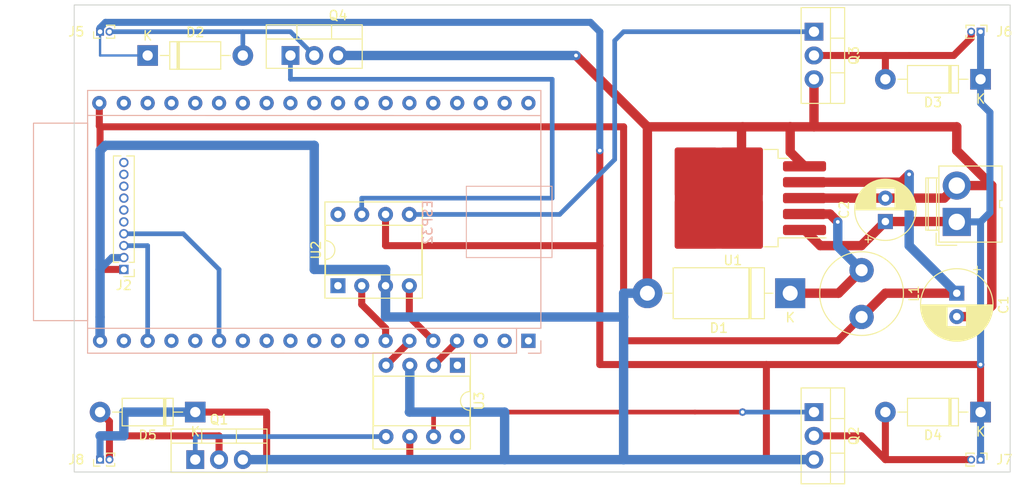
<source format=kicad_pcb>
(kicad_pcb (version 20221018) (generator pcbnew)
  (layers (0 "F.Cu" signal) (31 "B.Cu" signal) (34 "B.Paste" user) (35 "F.Paste" user) (36 "B.SilkS" user "B.Silkscreen") (37 "F.SilkS" user "F.Silkscreen") (38 "B.Mask" user) (39 "F.Mask" user) (44 "Edge.Cuts" user))
  (net 0 "")
  (net 1 "Net-(D1-K)")
  (net 2 "GND")
  (net 3 "Net-(D2-K)")
  (net 4 "Net-(D2-A)")
  (net 5 "Net-(D3-A)")
  (net 6 "Net-(D4-A)")
  (net 7 "Net-(D5-A)")
  (net 8 "Net-(Q1-G)")
  (net 9 "Net-(Q2-G)")
  (net 10 "Net-(Q3-G)")
  (net 11 "Net-(Q4-G)")
  (net 12 "Net-(ESP32-Pin_1)")
  (footprint "Connector_PinHeader_1.00mm:PinHeader_1x02_P1.00mm_Vertical" (layer "F.Cu") (at 116.84 22.86 -90)
    (fp_text reference "J6" (at 0 -2.54) (layer "F.SilkS"))
    (fp_text value "Motor 1")
    (pad "1" thru_hole rect (at 0 0 270) (size 0.85 0.85) (drill 0.5) (layers "*.Cu" "*.Mask") (net 3 "Net-(D2-K)"))
    (pad "2" thru_hole oval (at 0 1 270) (size 0.85 0.85) (drill 0.5) (layers "*.Cu" "*.Mask") (net 5 "Net-(D3-A)"))
  )
  (footprint "Connector_PinHeader_1.00mm:PinHeader_1x02_P1.00mm_Vertical" (layer "F.Cu") (at 22.86 68.58 90)
    (fp_text reference "J8" (at 0 -2.54) (layer "F.SilkS"))
    (fp_text value "Motor 3")
    (pad "1" thru_hole rect (at 0 0 90) (size 0.85 0.85) (drill 0.5) (layers "*.Cu" "*.Mask") (net 3 "Net-(D2-K)"))
    (pad "2" thru_hole oval (at 0 1 90) (size 0.85 0.85) (drill 0.5) (layers "*.Cu" "*.Mask") (net 7 "Net-(D5-A)"))
  )
  (footprint "Capacitor_THT:CP_Radial_D6.3mm_P2.50mm" (layer "F.Cu") (at 106.68 43.14 90)
    (fp_text reference "C2" (at 1.25 -4.4 90) (layer "F.SilkS"))
    (fp_text value "100uF")
    (pad "1" thru_hole rect (at 0 0 90) (size 1.6 1.6) (drill 0.8) (layers "*.Cu" "*.Mask") (net 3 "Net-(D2-K)"))
    (pad "2" thru_hole circle (at 2.5 0 90) (size 1.6 1.6) (drill 0.8) (layers "*.Cu" "*.Mask") (net 2 "GND"))
  )
  (footprint "Connector:JWT_A3963_1x02_P3.96mm_Vertical" (layer "F.Cu") (at 114.3 43.18 90)
    (fp_text reference "J1" (at 1.91 -5.08 90) (layer "F.SilkS"))
    (fp_text value "BATT")
    (pad "1" thru_hole rect (at 0 0 90) (size 3 3) (drill 1.75) (layers "*.Cu" "*.Mask"))
    (pad "2" thru_hole circle (at 3.88 0 90) (size 3 3) (drill 1.75) (layers "*.Cu" "*.Mask") (net 2 "GND"))
  )
  (footprint "Diode_THT:D_DO-41_SOD81_P10.16mm_Horizontal" (layer "F.Cu") (at 116.84 27.94 180)
    (fp_text reference "D3" (at 5.08 -2.47) (layer "F.SilkS"))
    (fp_text value "1N5817")
    (fp_text user "K" (at 0 -2.1) (layer "F.SilkS"))
    (pad "1" thru_hole rect (at 0 0 180) (size 2.2 2.2) (drill 1.1) (layers "*.Cu" "*.Mask") (net 3 "Net-(D2-K)"))
    (pad "2" thru_hole oval (at 10.16 0 180) (size 2.2 2.2) (drill 1.1) (layers "*.Cu" "*.Mask") (net 5 "Net-(D3-A)"))
  )
  (footprint "Inductor_THT:L_Radial_D8.7mm_P5.00mm_Fastron_07HCP" (layer "F.Cu") (at 104.14 48.34 -90)
    (fp_text reference "L1" (at 2.5 -5.6 90) (layer "F.SilkS"))
    (fp_text value "100uH 1A")
    (pad "1" thru_hole circle (at 0 0 270) (size 2.6 2.6) (drill 1.3) (layers "*.Cu" "*.Mask") (net 1 "Net-(D1-K)"))
    (pad "2" thru_hole circle (at 5 0 270) (size 2.6 2.6) (drill 1.3) (layers "*.Cu" "*.Mask") (net 12 "Net-(ESP32-Pin_1)"))
  )
  (footprint "Connector_PinHeader_1.00mm:PinHeader_1x02_P1.00mm_Vertical" (layer "F.Cu") (at 116.84 68.58 -90)
    (fp_text reference "J7" (at 0 -2.54) (layer "F.SilkS"))
    (fp_text value "Motor 2")
    (pad "1" thru_hole rect (at 0 0 270) (size 0.85 0.85) (drill 0.5) (layers "*.Cu" "*.Mask") (net 3 "Net-(D2-K)"))
    (pad "2" thru_hole oval (at 0 1 270) (size 0.85 0.85) (drill 0.5) (layers "*.Cu" "*.Mask") (net 6 "Net-(D4-A)"))
  )
  (footprint "Package_TO_SOT_THT:TO-220-3_Vertical" (layer "F.Cu") (at 99.06 63.5 -90)
    (fp_text reference "Q2" (at 2.54 -4.27 90) (layer "F.SilkS"))
    (fp_text value "IRLZ34N")
    (pad "1" thru_hole rect (at 0 0 270) (size 1.905 2) (drill 1.1) (layers "*.Cu" "*.Mask") (net 9 "Net-(Q2-G)"))
    (pad "2" thru_hole oval (at 2.54 0 270) (size 1.905 2) (drill 1.1) (layers "*.Cu" "*.Mask") (net 6 "Net-(D4-A)"))
    (pad "3" thru_hole oval (at 5.08 0 270) (size 1.905 2) (drill 1.1) (layers "*.Cu" "*.Mask") (net 2 "GND"))
  )
  (footprint "Package_TO_SOT_THT:TO-220-3_Vertical" (layer "F.Cu") (at 43.18 25.4)
    (fp_text reference "Q4" (at 5.08 -4.27) (layer "F.SilkS"))
    (fp_text value "IRLZ34N")
    (pad "1" thru_hole rect (at 0 0) (size 1.905 2) (drill 1.1) (layers "*.Cu" "*.Mask") (net 11 "Net-(Q4-G)"))
    (pad "2" thru_hole oval (at 2.54 0) (size 1.905 2) (drill 1.1) (layers "*.Cu" "*.Mask") (net 4 "Net-(D2-A)"))
    (pad "3" thru_hole oval (at 5.08 0) (size 1.905 2) (drill 1.1) (layers "*.Cu" "*.Mask") (net 2 "GND"))
  )
  (footprint "Capacitor_THT:CP_Radial_D7.5mm_P2.50mm" (layer "F.Cu") (at 114.3 50.8 -90)
    (fp_text reference "C1" (at 1.25 -5 90) (layer "F.SilkS"))
    (fp_text value "1000uF")
    (pad "1" thru_hole rect (at 0 0 270) (size 1.6 1.6) (drill 0.8) (layers "*.Cu" "*.Mask") (net 12 "Net-(ESP32-Pin_1)"))
    (pad "2" thru_hole circle (at 2.5 0 270) (size 1.6 1.6) (drill 0.8) (layers "*.Cu" "*.Mask") (net 2 "GND"))
  )
  (footprint "Package_DIP:DIP-8_W7.62mm_Socket" (layer "F.Cu") (at 61 58.5 -90)
    (fp_text reference "U3" (at 3.81 -2.33 90) (layer "F.SilkS"))
    (fp_text value "TC4424EPA")
    (pad "1" thru_hole rect (at 0 0 270) (size 1.6 1.6) (drill 0.8) (layers "*.Cu" "*.Mask"))
    (pad "2" thru_hole oval (at 0 2.54 270) (size 1.6 1.6) (drill 0.8) (layers "*.Cu" "*.Mask"))
    (pad "3" thru_hole oval (at 0 5.08 270) (size 1.6 1.6) (drill 0.8) (layers "*.Cu" "*.Mask") (net 2 "GND"))
    (pad "4" thru_hole oval (at 0 7.62 270) (size 1.6 1.6) (drill 0.8) (layers "*.Cu" "*.Mask"))
    (pad "5" thru_hole oval (at 7.62 7.62 270) (size 1.6 1.6) (drill 0.8) (layers "*.Cu" "*.Mask") (net 8 "Net-(Q1-G)"))
    (pad "6" thru_hole oval (at 7.62 5.08 270) (size 1.6 1.6) (drill 0.8) (layers "*.Cu" "*.Mask") (net 3 "Net-(D2-K)"))
    (pad "7" thru_hole oval (at 7.62 2.54 270) (size 1.6 1.6) (drill 0.8) (layers "*.Cu" "*.Mask") (net 9 "Net-(Q2-G)"))
    (pad "8" thru_hole oval (at 7.62 0 270) (size 1.6 1.6) (drill 0.8) (layers "*.Cu" "*.Mask"))
  )
  (footprint "Connector_PinHeader_1.00mm:PinHeader_1x02_P1.00mm_Vertical" (layer "F.Cu") (at 22.86 22.86 90)
    (fp_text reference "J5" (at 0 -2.54 180) (layer "F.SilkS"))
    (fp_text value "Motor 4")
    (pad "1" thru_hole rect (at 0 0 90) (size 0.85 0.85) (drill 0.5) (layers "*.Cu" "*.Mask") (net 3 "Net-(D2-K)"))
    (pad "2" thru_hole oval (at 0 1 90) (size 0.85 0.85) (drill 0.5) (layers "*.Cu" "*.Mask") (net 4 "Net-(D2-A)"))
  )
  (footprint "Diode_THT:D_DO-41_SOD81_P10.16mm_Horizontal" (layer "F.Cu") (at 116.84 63.5 180)
    (fp_text reference "D4" (at 5.08 -2.47) (layer "F.SilkS"))
    (fp_text value "1N5817")
    (fp_text user "K" (at 0 -2.1) (layer "F.SilkS"))
    (pad "1" thru_hole rect (at 0 0 180) (size 2.2 2.2) (drill 1.1) (layers "*.Cu" "*.Mask") (net 3 "Net-(D2-K)"))
    (pad "2" thru_hole oval (at 10.16 0 180) (size 2.2 2.2) (drill 1.1) (layers "*.Cu" "*.Mask") (net 6 "Net-(D4-A)"))
  )
  (footprint "Diode_THT:D_DO-41_SOD81_P10.16mm_Horizontal" (layer "F.Cu") (at 33.02 63.5 180)
    (fp_text reference "D5" (at 5.08 -2.47) (layer "F.SilkS"))
    (fp_text value "1N5817")
    (fp_text user "K" (at 0 -2.1) (layer "F.SilkS"))
    (pad "1" thru_hole rect (at 0 0 180) (size 2.2 2.2) (drill 1.1) (layers "*.Cu" "*.Mask") (net 3 "Net-(D2-K)"))
    (pad "2" thru_hole oval (at 10.16 0 180) (size 2.2 2.2) (drill 1.1) (layers "*.Cu" "*.Mask") (net 7 "Net-(D5-A)"))
  )
  (footprint "Package_TO_SOT_THT:TO-220-3_Vertical" (layer "F.Cu") (at 99.06 22.86 -90)
    (fp_text reference "Q3" (at 2.54 -4.27 90) (layer "F.SilkS"))
    (fp_text value "IRLZ34N")
    (pad "1" thru_hole rect (at 0 0 270) (size 1.905 2) (drill 1.1) (layers "*.Cu" "*.Mask") (net 10 "Net-(Q3-G)"))
    (pad "2" thru_hole oval (at 2.54 0 270) (size 1.905 2) (drill 1.1) (layers "*.Cu" "*.Mask") (net 5 "Net-(D3-A)"))
    (pad "3" thru_hole oval (at 5.08 0 270) (size 1.905 2) (drill 1.1) (layers "*.Cu" "*.Mask") (net 2 "GND"))
  )
  (footprint "Connector_PinHeader_1.27mm:PinHeader_1x10_P1.27mm_Vertical" (layer "F.Cu") (at 25.4 48.26 180)
    (fp_text reference "J2" (at 0 -1.695) (layer "F.SilkS"))
    (fp_text value "PinHeader_1x10_P1.27mm_Vertical")
    (pad "1" thru_hole rect (at 0 0 180) (size 1 1) (drill 0.65) (layers "*.Cu" "*.Mask") (net 12 "Net-(ESP32-Pin_1)"))
    (pad "2" thru_hole oval (at 0 1.27 180) (size 1 1) (drill 0.65) (layers "*.Cu" "*.Mask") (net 2 "GND"))
    (pad "3" thru_hole oval (at 0 2.54 180) (size 1 1) (drill 0.65) (layers "*.Cu" "*.Mask"))
    (pad "4" thru_hole oval (at 0 3.81 180) (size 1 1) (drill 0.65) (layers "*.Cu" "*.Mask"))
    (pad "5" thru_hole oval (at 0 5.08 180) (size 1 1) (drill 0.65) (layers "*.Cu" "*.Mask"))
    (pad "6" thru_hole oval (at 0 6.35 180) (size 1 1) (drill 0.65) (layers "*.Cu" "*.Mask"))
    (pad "7" thru_hole oval (at 0 7.62 180) (size 1 1) (drill 0.65) (layers "*.Cu" "*.Mask"))
    (pad "8" thru_hole oval (at 0 8.89 180) (size 1 1) (drill 0.65) (layers "*.Cu" "*.Mask"))
    (pad "9" thru_hole oval (at 0 10.16 180) (size 1 1) (drill 0.65) (layers "*.Cu" "*.Mask"))
    (pad "10" thru_hole oval (at 0 11.43 180) (size 1 1) (drill 0.65) (layers "*.Cu" "*.Mask"))
  )
  (footprint "Package_TO_SOT_THT:TO-220-3_Vertical" (layer "F.Cu") (at 33.02 68.58)
    (fp_text reference "Q1" (at 2.54 -4.27) (layer "F.SilkS"))
    (fp_text value "IRLZ34N")
    (pad "1" thru_hole rect (at 0 0) (size 1.905 2) (drill 1.1) (layers "*.Cu" "*.Mask") (net 8 "Net-(Q1-G)"))
    (pad "2" thru_hole oval (at 2.54 0) (size 1.905 2) (drill 1.1) (layers "*.Cu" "*.Mask") (net 7 "Net-(D5-A)"))
    (pad "3" thru_hole oval (at 5.08 0) (size 1.905 2) (drill 1.1) (layers "*.Cu" "*.Mask") (net 2 "GND"))
  )
  (footprint "Diode_THT:D_DO-201AD_P15.24mm_Horizontal" (layer "F.Cu") (at 96.52 50.8 180)
    (fp_text reference "D1" (at 7.62 -3.72) (layer "F.SilkS"))
    (fp_text value "1N5822")
    (fp_text user "K" (at 0 -2.6) (layer "F.SilkS"))
    (pad "1" thru_hole rect (at 0 0 180) (size 3.2 3.2) (drill 1.6) (layers "*.Cu" "*.Mask") (net 1 "Net-(D1-K)"))
    (pad "2" thru_hole oval (at 15.24 0 180) (size 3.2 3.2) (drill 1.6) (layers "*.Cu" "*.Mask") (net 2 "GND"))
  )
  (footprint "Diode_THT:D_DO-41_SOD81_P10.16mm_Horizontal" (layer "F.Cu") (at 27.94 25.4)
    (fp_text reference "D2" (at 5.08 -2.47) (layer "F.SilkS"))
    (fp_text value "1N5817")
    (fp_text user "K" (at 0 -2.1) (layer "F.SilkS"))
    (pad "1" thru_hole rect (at 0 0) (size 2.2 2.2) (drill 1.1) (layers "*.Cu" "*.Mask") (net 3 "Net-(D2-K)"))
    (pad "2" thru_hole oval (at 10.16 0) (size 2.2 2.2) (drill 1.1) (layers "*.Cu" "*.Mask") (net 4 "Net-(D2-A)"))
  )
  (footprint "Package_DIP:DIP-8_W7.62mm_Socket" (layer "F.Cu") (at 48.25 50 90)
    (fp_text reference "U2" (at 3.81 -2.33 90) (layer "F.SilkS"))
    (fp_text value "TC4424EPA")
    (pad "1" thru_hole rect (at 0 0 90) (size 1.6 1.6) (drill 0.8) (layers "*.Cu" "*.Mask"))
    (pad "2" thru_hole oval (at 0 2.54 90) (size 1.6 1.6) (drill 0.8) (layers "*.Cu" "*.Mask"))
    (pad "3" thru_hole oval (at 0 5.08 90) (size 1.6 1.6) (drill 0.8) (layers "*.Cu" "*.Mask") (net 2 "GND"))
    (pad "4" thru_hole oval (at 0 7.62 90) (size 1.6 1.6) (drill 0.8) (layers "*.Cu" "*.Mask"))
    (pad "5" thru_hole oval (at 7.62 7.62 90) (size 1.6 1.6) (drill 0.8) (layers "*.Cu" "*.Mask") (net 10 "Net-(Q3-G)"))
    (pad "6" thru_hole oval (at 7.62 5.08 90) (size 1.6 1.6) (drill 0.8) (layers "*.Cu" "*.Mask") (net 3 "Net-(D2-K)"))
    (pad "7" thru_hole oval (at 7.62 2.54 90) (size 1.6 1.6) (drill 0.8) (layers "*.Cu" "*.Mask") (net 11 "Net-(Q4-G)"))
    (pad "8" thru_hole oval (at 7.62 0 90) (size 1.6 1.6) (drill 0.8) (layers "*.Cu" "*.Mask"))
  )
  (footprint "Package_TO_SOT_SMD:TO-263-5_TabPin3" (layer "F.Cu") (at 90.4 40.64 180)
    (fp_text reference "U1" (at 0 -6.65) (layer "F.SilkS"))
    (fp_text value "LM2576HVS-3.3")
    (pad "1" smd roundrect (at -7.65 -3.4 180) (size 4.6 1.1) (layers "F.Cu" "F.Paste" "F.Mask") (roundrect_rratio 0.2272727273) (net 3 "Net-(D2-K)"))
    (pad "2" smd roundrect (at -7.65 -1.7 180) (size 4.6 1.1) (layers "F.Cu" "F.Paste" "F.Mask") (roundrect_rratio 0.2272727273) (net 1 "Net-(D1-K)"))
    (pad "3" smd roundrect (at -7.65 0 180) (size 4.6 1.1) (layers "F.Cu" "F.Paste" "F.Mask") (roundrect_rratio 0.2272727273) (net 2 "GND"))
    (pad "3" smd roundrect (at -0.925 -2.775 180) (size 4.55 5.25) (layers "F.Cu" "F.Paste") (roundrect_rratio 0.05494505495) (net 2 "GND"))
    (pad "3" smd roundrect (at -0.925 2.775 180) (size 4.55 5.25) (layers "F.Cu" "F.Paste") (roundrect_rratio 0.05494505495) (net 2 "GND"))
    (pad "3" smd roundrect (at 1.5 0 180) (size 9.4 10.8) (layers "F.Cu" "F.Mask") (roundrect_rratio 0.02659595745) (net 2 "GND"))
    (pad "3" smd roundrect (at 3.925 -2.775 180) (size 4.55 5.25) (layers "F.Cu" "F.Paste") (roundrect_rratio 0.05494505495) (net 2 "GND"))
    (pad "3" smd roundrect (at 3.925 2.775 180) (size 4.55 5.25) (layers "F.Cu" "F.Paste") (roundrect_rratio 0.05494505495) (net 2 "GND"))
    (pad "4" smd roundrect (at -7.65 1.7 180) (size 4.6 1.1) (layers "F.Cu" "F.Paste" "F.Mask") (roundrect_rratio 0.2272727273) (net 12 "Net-(ESP32-Pin_1)"))
    (pad "5" smd roundrect (at -7.65 3.4 180) (size 4.6 1.1) (layers "F.Cu" "F.Paste" "F.Mask") (roundrect_rratio 0.2272727273) (net 2 "GND"))
  )
  (footprint "Module:NodeMCU DevKitC v4" (layer "B.Cu") (at 68.58 55.88 90)
    (fp_text reference "ESP32" (at 12.65 -10.75 90) (layer "B.SilkS") (effects (justify mirror)))
    (fp_text value "NodeMCU_DevKitC_v4")
    (pad "1" thru_hole circle (at 25.4 -45.8 90) (size 1.524 1.524) (drill 0.762) (layers "*.Cu" "*.Mask") (net 12 "Net-(ESP32-Pin_1)"))
    (pad "2" thru_hole circle (at 25.4 -43.18 90) (size 1.524 1.524) (drill 0.762) (layers "*.Cu" "*.Mask"))
    (pad "3" thru_hole circle (at 25.4 -40.64 90) (size 1.524 1.524) (drill 0.762) (layers "*.Cu" "*.Mask"))
    (pad "4" thru_hole circle (at 25.4 -38.1 90) (size 1.524 1.524) (drill 0.762) (layers "*.Cu" "*.Mask"))
    (pad "5" thru_hole circle (at 25.4 -35.56 90) (size 1.524 1.524) (drill 0.762) (layers "*.Cu" "*.Mask"))
    (pad "6" thru_hole circle (at 25.4 -33.02 90) (size 1.524 1.524) (drill 0.762) (layers "*.Cu" "*.Mask"))
    (pad "7" thru_hole circle (at 25.4 -30.48 90) (size 1.524 1.524) (drill 0.762) (layers "*.Cu" "*.Mask"))
    (pad "8" thru_hole circle (at 25.4 -27.94 90) (size 1.524 1.524) (drill 0.762) (layers "*.Cu" "*.Mask"))
    (pad "9" thru_hole circle (at 25.4 -25.4 90) (size 1.524 1.524) (drill 0.762) (layers "*.Cu" "*.Mask"))
    (pad "10" thru_hole circle (at 25.4 -22.86 90) (size 1.524 1.524) (drill 0.762) (layers "*.Cu" "*.Mask"))
    (pad "11" thru_hole circle (at 25.4 -20.32 90) (size 1.524 1.524) (drill 0.762) (layers "*.Cu" "*.Mask"))
    (pad "12" thru_hole circle (at 25.4 -17.8 90) (size 1.524 1.524) (drill 0.762) (layers "*.Cu" "*.Mask"))
    (pad "13" thru_hole circle (at 25.4 -15.24 90) (size 1.524 1.524) (drill 0.762) (layers "*.Cu" "*.Mask"))
    (pad "14" thru_hole circle (at 25.4 -12.7 90) (size 1.524 1.524) (drill 0.762) (layers "*.Cu" "*.Mask"))
    (pad "15" thru_hole circle (at 25.4 -10.16 90) (size 1.524 1.524) (drill 0.762) (layers "*.Cu" "*.Mask"))
    (pad "16" thru_hole circle (at 25.4 -7.6 90) (size 1.524 1.524) (drill 0.762) (layers "*.Cu" "*.Mask"))
    (pad "17" thru_hole circle (at 25.4 -5.08 90) (size 1.524 1.524) (drill 0.762) (layers "*.Cu" "*.Mask"))
    (pad "18" thru_hole circle (at 25.4 -2.54 90) (size 1.524 1.524) (drill 0.762) (layers "*.Cu" "*.Mask"))
    (pad "19" thru_hole circle (at 25.4 0 90) (size 1.524 1.524) (drill 0.762) (layers "*.Cu" "*.Mask"))
    (pad "20" thru_hole rect (at 0 0 90) (size 1.524 1.524) (drill 0.762) (layers "*.Cu" "*.Mask"))
    (pad "21" thru_hole circle (at 0 -2.54 90) (size 1.524 1.524) (drill 0.762) (layers "*.Cu" "*.Mask"))
    (pad "22" thru_hole circle (at 0 -5.08 90) (size 1.524 1.524) (drill 0.762) (layers "*.Cu" "*.Mask"))
    (pad "23" thru_hole circle (at 0 -7.62 90) (size 1.524 1.524) (drill 0.762) (layers "*.Cu" "*.Mask"))
    (pad "24" thru_hole circle (at 0 -10.16 90) (size 1.524 1.524) (drill 0.762) (layers "*.Cu" "*.Mask"))
    (pad "25" thru_hole circle (at 0 -12.7 90) (size 1.524 1.524) (drill 0.762) (layers "*.Cu" "*.Mask"))
    (pad "26" thru_hole circle (at 0 -15.24 90) (size 1.524 1.524) (drill 0.762) (layers "*.Cu" "*.Mask"))
    (pad "27" thru_hole circle (at 0 -17.78 90) (size 1.524 1.524) (drill 0.762) (layers "*.Cu" "*.Mask"))
    (pad "28" thru_hole circle (at 0 -20.32 90) (size 1.524 1.524) (drill 0.762) (layers "*.Cu" "*.Mask"))
    (pad "29" thru_hole circle (at 0 -22.86 90) (size 1.524 1.524) (drill 0.762) (layers "*.Cu" "*.Mask"))
    (pad "30" thru_hole circle (at 0 -25.4 90) (size 1.524 1.524) (drill 0.762) (layers "*.Cu" "*.Mask"))
    (pad "31" thru_hole circle (at 0 -27.94 90) (size 1.524 1.524) (drill 0.762) (layers "*.Cu" "*.Mask"))
    (pad "32" thru_hole circle (at 0 -30.48 90) (size 1.524 1.524) (drill 0.762) (layers "*.Cu" "*.Mask"))
    (pad "33" thru_hole circle (at 0 -33.02 90) (size 1.524 1.524) (drill 0.762) (layers "*.Cu" "*.Mask"))
    (pad "34" thru_hole circle (at 0 -35.56 90) (size 1.524 1.524) (drill 0.762) (layers "*.Cu" "*.Mask"))
    (pad "35" thru_hole circle (at 0 -38.1 90) (size 1.524 1.524) (drill 0.762) (layers "*.Cu" "*.Mask"))
    (pad "36" thru_hole circle (at 0 -40.64 90) (size 1.524 1.524) (drill 0.762) (layers "*.Cu" "*.Mask"))
    (pad "37" thru_hole circle (at 0 -43.18 90) (size 1.524 1.524) (drill 0.762) (layers "*.Cu" "*.Mask"))
    (pad "38" thru_hole circle (at 0 -45.72 90) (size 1.524 1.524) (drill 0.762) (layers "*.Cu" "*.Mask") (net 2 "GND"))
  )
  (gr_rect (start 20.1 20) (end 120 69.9) (stroke (width 0.1)) (fill none) (layer "Edge.Cuts"))
  (segment (start 55.88 52.01) (end 55.87 52) (width 0) (layer "F.Cu") (net 0))
  (segment (start 50.79 52) (end 50.79 50) (width 0.75) (layer "F.Cu") (net 0))
  (segment (start 58.46 55.92) (end 58.42 55.88) (width 0) (layer "F.Cu") (net 0))
  (segment (start 53.38 55.92) (end 53.34 55.88) (width 0) (layer "F.Cu") (net 0))
  (segment (start 55.88 56) (end 55.88 55.88) (width 0) (layer "F.Cu") (net 0))
  (segment (start 60.96 56) (end 60.96 55.88) (width 0) (layer "F.Cu") (net 0))
  (segment (start 53.34 54.55) (end 53.34 55.88) (width 0.75) (layer "F.Cu") (net 0))
  (segment (start 55.87 50) (end 55.87 53.33) (width 0.75) (layer "F.Cu") (net 0))
  (segment (start 55.87 53.33) (end 58.42 55.88) (width 0.75) (layer "F.Cu") (net 0))
  (segment (start 50.79 52) (end 53.34 54.55) (width 0.75) (layer "F.Cu") (net 0))
  (segment (start 58.46 58.5) (end 60.96 56) (width 0.75) (layer "F.Cu") (net 0))
  (segment (start 53.38 58.5) (end 55.88 56) (width 0.75) (layer "F.Cu") (net 0))
  (segment (start 35.56 48.26) (end 35.56 55.88) (width 0.5) (layer "B.Cu") (net 0))
  (segment (start 25.4 45.72) (end 27.94 45.72) (width 0.5) (layer "B.Cu") (net 0))
  (segment (start 27.94 45.72) (end 27.94 55.88) (width 0.5) (layer "B.Cu") (net 0))
  (segment (start 31.75 44.45) (end 35.56 48.26) (width 0.5) (layer "B.Cu") (net 0))
  (segment (start 25.4 44.45) (end 31.75 44.45) (width 0.5) (layer "B.Cu") (net 0))
  (segment (start 96.52 50.8) (end 101.68 50.8) (width 1) (layer "F.Cu") (net 1))
  (segment (start 98.05 42.34) (end 100.76 42.34) (width 1) (layer "F.Cu") (net 1))
  (segment (start 100.76 42.34) (end 101.6 43.18) (width 1) (layer "F.Cu") (net 1))
  (segment (start 101.68 50.8) (end 104.14 48.34) (width 1) (layer "F.Cu") (net 1))
  (via (at 101.6 43.18) (size 0.8) (drill 0.4) (layers "F.Cu" "B.Cu") (net 1))
  (segment (start 101.6 45.8) (end 104.14 48.34) (width 1) (layer "B.Cu") (net 1))
  (segment (start 101.6 43.18) (end 101.6 45.8) (width 1) (layer "B.Cu") (net 1))
  (segment (start 116.8 53.3) (end 114.3 53.3) (width 1) (layer "F.Cu") (net 2))
  (segment (start 96.52 33.02) (end 99.06 33.02) (width 1) (layer "F.Cu") (net 2))
  (segment (start 118.04 39.3) (end 118.04 52.14) (width 1) (layer "F.Cu") (net 2))
  (segment (start 114.3 33.02) (end 114.3 35.56) (width 1) (layer "F.Cu") (net 2))
  (segment (start 99.06 33.02) (end 114.3 33.02) (width 1) (layer "F.Cu") (net 2))
  (segment (start 91.325 37.865) (end 91.325 33.135) (width 1) (layer "F.Cu") (net 2))
  (segment (start 98.05 40.64) (end 106.68 40.64) (width 1) (layer "F.Cu") (net 2))
  (segment (start 106.68 40.64) (end 112.96 40.64) (width 1) (layer "F.Cu") (net 2))
  (segment (start 98.05 37.24) (end 96.52 35.71) (width 1) (layer "F.Cu") (net 2))
  (segment (start 116.84 53.34) (end 116.8 53.3) (width 1) (layer "F.Cu") (net 2))
  (segment (start 81.28 33.02) (end 73.66 25.4) (width 1) (layer "F.Cu") (net 2))
  (segment (start 114.3 35.56) (end 118.04 39.3) (width 1) (layer "F.Cu") (net 2))
  (segment (start 118.04 39.3) (end 114.3 39.3) (width 1) (layer "F.Cu") (net 2))
  (segment (start 91.325 33.135) (end 91.44 33.02) (width 0.25) (layer "F.Cu") (net 2))
  (segment (start 118.04 52.14) (end 116.84 53.34) (width 1) (layer "F.Cu") (net 2))
  (segment (start 99.06 33.02) (end 99.06 27.94) (width 1) (layer "F.Cu") (net 2))
  (segment (start 81.28 33.02) (end 91.44 33.02) (width 1) (layer "F.Cu") (net 2))
  (segment (start 81.28 50.8) (end 81.28 33.02) (width 1) (layer "F.Cu") (net 2))
  (segment (start 96.52 35.71) (end 96.52 33.02) (width 1) (layer "F.Cu") (net 2))
  (segment (start 91.44 33.02) (end 96.52 33.02) (width 1) (layer "F.Cu") (net 2))
  (segment (start 112.96 40.64) (end 114.3 39.3) (width 1) (layer "F.Cu") (net 2))
  (via (at 73.66 25.4) (size 0.8) (drill 0.4) (layers "F.Cu" "B.Cu") (net 2))
  (segment (start 66.04 68.58) (end 38.1 68.58) (width 1) (layer "B.Cu") (net 2))
  (segment (start 53.33 48.27) (end 53.34 48.26) (width 1) (layer "B.Cu") (net 2))
  (segment (start 78.74 53.34) (end 53.34 53.34) (width 1) (layer "B.Cu") (net 2))
  (segment (start 53.34 48.26) (end 45.72 48.26) (width 1) (layer "B.Cu") (net 2))
  (segment (start 53.33 50) (end 53.33 48.27) (width 1) (layer "B.Cu") (net 2))
  (segment (start 22.86 53.34) (end 22.86 55.88) (width 1) (layer "B.Cu") (net 2))
  (segment (start 24.13 46.99) (end 22.86 48.26) (width 0.75) (layer "B.Cu") (net 2))
  (segment (start 66.04 63.5) (end 55.88 63.5) (width 1) (layer "B.Cu") (net 2))
  (segment (start 78.74 50.8) (end 78.74 53.34) (width 1) (layer "B.Cu") (net 2))
  (segment (start 66.04 68.58) (end 66.04 63.5) (width 1) (layer "B.Cu") (net 2))
  (segment (start 45.72 48.26) (end 45.72 35) (width 1) (layer "B.Cu") (net 2))
  (segment (start 78.74 50.8) (end 81.28 50.8) (width 1) (layer "B.Cu") (net 2))
  (segment (start 23.42 35) (end 22.86 35.56) (width 1) (layer "B.Cu") (net 2))
  (segment (start 53.33 53.33) (end 53.33 50) (width 1) (layer "B.Cu") (net 2))
  (segment (start 55.88 63.5) (end 55.92 63.46) (width 1) (layer "B.Cu") (net 2))
  (segment (start 45.72 35) (end 23.42 35) (width 1) (layer "B.Cu") (net 2))
  (segment (start 25.4 46.99) (end 24.13 46.99) (width 0.75) (layer "B.Cu") (net 2))
  (segment (start 53.34 53.34) (end 53.33 53.33) (width 1) (layer "B.Cu") (net 2))
  (segment (start 78.74 53.34) (end 78.74 68.58) (width 1) (layer "B.Cu") (net 2))
  (segment (start 55.92 63.46) (end 55.92 58.5) (width 1) (layer "B.Cu") (net 2))
  (segment (start 78.74 68.58) (end 66.04 68.58) (width 1) (layer "B.Cu") (net 2))
  (segment (start 22.86 53.34) (end 22.86 48.26) (width 1) (layer "B.Cu") (net 2))
  (segment (start 22.86 48.26) (end 22.86 35.56) (width 1) (layer "B.Cu") (net 2))
  (segment (start 78.74 68.58) (end 99.06 68.58) (width 1) (layer "B.Cu") (net 2))
  (segment (start 73.66 25.4) (end 48.26 25.4) (width 1) (layer "B.Cu") (net 2))
  (segment (start 53.33 45.71) (end 53.33 42.38) (width 0.75) (layer "F.Cu") (net 3))
  (segment (start 40.64 63.5) (end 40.64 68.58) (width 0.75) (layer "F.Cu") (net 3))
  (segment (start 55.88 68.58) (end 55.92 68.54) (width 0.75) (layer "F.Cu") (net 3))
  (segment (start 104.1 45.72) (end 106.68 43.14) (width 1) (layer "F.Cu") (net 3))
  (segment (start 33.02 63.5) (end 40.64 63.5) (width 0.75) (layer "F.Cu") (net 3))
  (segment (start 93.98 68.58) (end 93.98 58.42) (width 0.75) (layer "F.Cu") (net 3))
  (segment (start 93.98 58.42) (end 116.84 58.42) (width 0.75) (layer "F.Cu") (net 3))
  (segment (start 76.2 58.42) (end 76.2 45.72) (width 0.75) (layer "F.Cu") (net 3))
  (segment (start 106.68 43.14) (end 106.68 43.18) (width 1) (layer "F.Cu") (net 3))
  (segment (start 40.64 68.58) (end 55.88 68.58) (width 0.75) (layer "F.Cu") (net 3))
  (segment (start 98.05 44.04) (end 99.73 45.72) (width 1) (layer "F.Cu") (net 3))
  (segment (start 99.73 45.72) (end 104.1 45.72) (width 1) (layer "F.Cu") (net 3))
  (segment (start 106.68 43.14) (end 112.92 43.14) (width 1) (layer "F.Cu") (net 3))
  (segment (start 76.2 45.72) (end 53.34 45.72) (width 0.75) (layer "F.Cu") (net 3))
  (segment (start 93.98 58.42) (end 76.2 58.42) (width 0.75) (layer "F.Cu") (net 3))
  (segment (start 55.92 68.54) (end 55.92 66.12) (width 0.75) (layer "F.Cu") (net 3))
  (segment (start 55.88 68.58) (end 93.98 68.58) (width 0.75) (layer "F.Cu") (net 3))
  (segment (start 116.84 63.5) (end 116.84 58.42) (width 0.75) (layer "F.Cu") (net 3))
  (segment (start 76.2 45.72) (end 76.2 35.56) (width 0.75) (layer "F.Cu") (net 3))
  (segment (start 53.34 45.72) (end 53.33 45.71) (width 0.75) (layer "F.Cu") (net 3))
  (via (at 116.84 58.42) (size 0.8) (drill 0.4) (layers "F.Cu" "B.Cu") (net 3))
  (via (at 76.2 35.56) (size 0.8) (drill 0.4) (layers "F.Cu" "B.Cu") (net 3))
  (segment (start 25.4 63.5) (end 33.02 63.5) (width 1) (layer "B.Cu") (net 3))
  (segment (start 22.86 66.04) (end 25.4 66.04) (width 1) (layer "B.Cu") (net 3))
  (segment (start 25.4 66.04) (end 25.4 63.5) (width 1) (layer "B.Cu") (net 3))
  (segment (start 116.84 30.48) (end 116.84 27.94) (width 0.75) (layer "B.Cu") (net 3))
  (segment (start 117.84 42.18) (end 117.84 31.48) (width 0.75) (layer "B.Cu") (net 3))
  (segment (start 22.86 68.58) (end 22.86 66.04) (width 0.75) (layer "B.Cu") (net 3))
  (segment (start 117.84 42.18) (end 116.84 43.18) (width 0.75) (layer "B.Cu") (net 3))
  (segment (start 75.2 21.86) (end 23.445786 21.86) (width 0.75) (layer "B.Cu") (net 3))
  (segment (start 76.2 22.86) (end 75.2 21.86) (width 0.75) (layer "B.Cu") (net 3))
  (segment (start 116.84 22.86) (end 116.84 27.94) (width 0.75) (layer "B.Cu") (net 3))
  (segment (start 22.86 25.4) (end 22.86 22.86) (width 0.25) (layer "B.Cu") (net 3))
  (segment (start 22.86 22.445786) (end 22.86 22.86) (width 0.75) (layer "B.Cu") (net 3))
  (segment (start 27.94 25.4) (end 22.86 25.4) (width 0.25) (layer "B.Cu") (net 3))
  (segment (start 117.84 31.48) (end 116.84 30.48) (width 0.75) (layer "B.Cu") (net 3))
  (segment (start 76.2 35.56) (end 76.2 22.86) (width 0.75) (layer "B.Cu") (net 3))
  (segment (start 116.84 43.18) (end 116.84 58.42) (width 0.75) (layer "B.Cu") (net 3))
  (segment (start 116.84 68.58) (end 116.84 63.5) (width 0.75) (layer "B.Cu") (net 3))
  (segment (start 23.445786 21.86) (end 22.86 22.445786) (width 0.75) (layer "B.Cu") (net 3))
  (segment (start 116.84 43.18) (end 114.3 43.18) (width 0.75) (layer "B.Cu") (net 3))
  (segment (start 45.72 25.4) (end 43.18 22.86) (width 0.5) (layer "B.Cu") (net 4))
  (segment (start 43.18 22.86) (end 38.1 22.86) (width 0.5) (layer "B.Cu") (net 4))
  (segment (start 38.1 22.86) (end 23.86 22.86) (width 0.5) (layer "B.Cu") (net 4))
  (segment (start 38.1 22.86) (end 38.1 25.4) (width 0.5) (layer "B.Cu") (net 4))
  (segment (start 113.975 25.4) (end 115.84 23.535) (width 0.75) (layer "F.Cu") (net 5))
  (segment (start 109.22 25.4) (end 113.975 25.4) (width 0.75) (layer "F.Cu") (net 5))
  (segment (start 106.68 25.4) (end 109.22 25.4) (width 0.75) (layer "F.Cu") (net 5))
  (segment (start 106.68 25.4) (end 106.68 27.94) (width 0.75) (layer "F.Cu") (net 5))
  (segment (start 115.84 23.535) (end 115.84 22.86) (width 0.75) (layer "F.Cu") (net 5))
  (segment (start 99.06 25.4) (end 106.68 25.4) (width 0.75) (layer "F.Cu") (net 5))
  (segment (start 106.68 68.58) (end 106.68 63.5) (width 0.75) (layer "F.Cu") (net 6))
  (segment (start 106.68 68.58) (end 115.84 68.58) (width 0.75) (layer "F.Cu") (net 6))
  (segment (start 104.14 66.04) (end 106.68 68.58) (width 0.75) (layer "F.Cu") (net 6))
  (segment (start 99.06 66.04) (end 104.14 66.04) (width 0.75) (layer "F.Cu") (net 6))
  (segment (start 35.56 66.04) (end 23.86 66.04) (width 0.75) (layer "F.Cu") (net 7))
  (segment (start 35.56 68.58) (end 35.56 66.04) (width 0.75) (layer "F.Cu") (net 7))
  (segment (start 23.86 66.04) (end 23.86 68.58) (width 0.75) (layer "F.Cu") (net 7))
  (segment (start 23.86 64.5) (end 23.86 66.04) (width 0.75) (layer "F.Cu") (net 7))
  (segment (start 22.86 63.5) (end 23.86 64.5) (width 0.75) (layer "F.Cu") (net 7))
  (segment (start 33.02 66.2) (end 33.1 66.12) (width 0.25) (layer "B.Cu") (net 8))
  (segment (start 33.02 68.58) (end 33.02 66.2) (width 0.5) (layer "B.Cu") (net 8))
  (segment (start 53.38 66.12) (end 33.1 66.12) (width 0.5) (layer "B.Cu") (net 8))
  (segment (start 33.1 66.12) (end 33.02 66.04) (width 0.25) (layer "B.Cu") (net 8))
  (segment (start 58.42 63.5) (end 86.36 63.5) (width 0.5) (layer "F.Cu") (net 9))
  (segment (start 86.36 63.5) (end 91.44 63.5) (width 0.5) (layer "F.Cu") (net 9))
  (segment (start 58.46 66.12) (end 58.46 63.54) (width 0.5) (layer "F.Cu") (net 9))
  (segment (start 58.46 63.54) (end 58.42 63.5) (width 0.25) (layer "F.Cu") (net 9))
  (via (at 91.44 63.5) (size 0.8) (drill 0.4) (layers "F.Cu" "B.Cu") (net 9))
  (segment (start 91.44 63.5) (end 99.06 63.5) (width 0.5) (layer "B.Cu") (net 9))
  (segment (start 77.79 23.81) (end 78.74 22.86) (width 0.5) (layer "B.Cu") (net 10))
  (segment (start 71.92 42.38) (end 77.79 36.51) (width 0.5) (layer "B.Cu") (net 10))
  (segment (start 77.79 36.51) (end 77.79 23.81) (width 0.5) (layer "B.Cu") (net 10))
  (segment (start 99.06 22.86) (end 78.74 22.86) (width 0.5) (layer "B.Cu") (net 10))
  (segment (start 55.87 42.38) (end 71.92 42.38) (width 0.5) (layer "B.Cu") (net 10))
  (segment (start 50.79 40.65) (end 50.8 40.64) (width 0.25) (layer "B.Cu") (net 11))
  (segment (start 71.12 27.94) (end 43.18 27.94) (width 0.5) (layer "B.Cu") (net 11))
  (segment (start 50.79 42.38) (end 50.79 40.65) (width 0.5) (layer "B.Cu") (net 11))
  (segment (start 71.12 40.64) (end 71.12 27.94) (width 0.5) (layer "B.Cu") (net 11))
  (segment (start 43.18 25.4) (end 43.18 27.94) (width 0.5) (layer "B.Cu") (net 11))
  (segment (start 50.8 40.64) (end 71.12 40.64) (width 0.5) (layer "B.Cu") (net 11))
  (segment (start 104.14 53.34) (end 101.6 55.88) (width 0.75) (layer "F.Cu") (net 12))
  (segment (start 22.86 48.26) (end 25.4 48.26) (width 0.75) (layer "F.Cu") (net 12))
  (segment (start 106.68 50.8) (end 114.3 50.8) (width 1) (layer "F.Cu") (net 12))
  (segment (start 104.14 53.34) (end 106.68 50.8) (width 1) (layer "F.Cu") (net 12))
  (segment (start 22.86 33.02) (end 22.78 32.94) (width 0.75) (layer "F.Cu") (net 12))
  (segment (start 108.38 38.94) (end 109.22 38.1) (width 1) (layer "F.Cu") (net 12))
  (segment (start 22.78 32.94) (end 22.78 30.48) (width 0.75) (layer "F.Cu") (net 12))
  (segment (start 22.86 48.26) (end 22.86 33.02) (width 0.75) (layer "F.Cu") (net 12))
  (segment (start 101.6 55.88) (end 78.74 55.88) (width 0.75) (layer "F.Cu") (net 12))
  (segment (start 78.74 55.88) (end 78.74 33.02) (width 0.75) (layer "F.Cu") (net 12))
  (segment (start 98.05 38.94) (end 108.38 38.94) (width 1) (layer "F.Cu") (net 12))
  (segment (start 78.74 33.02) (end 22.86 33.02) (width 0.75) (layer "F.Cu") (net 12))
  (via (at 109.22 38.1) (size 0.8) (drill 0.4) (layers "F.Cu" "B.Cu") (net 12))
  (segment (start 109.22 38.1) (end 109.22 45.72) (width 1) (layer "B.Cu") (net 12))
  (segment (start 109.22 45.72) (end 114.3 50.8) (width 1) (layer "B.Cu") (net 12))
)
</source>
